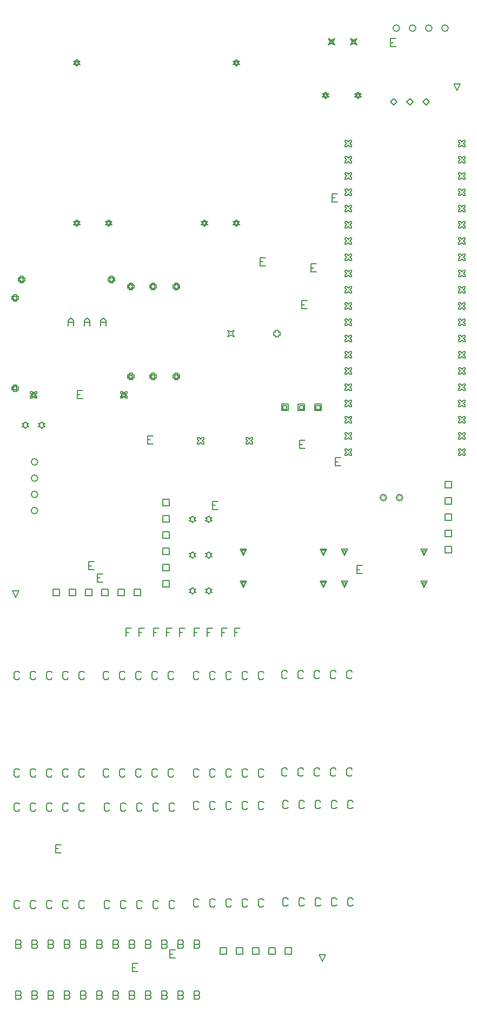
<source format=gbr>
%TF.GenerationSoftware,Altium Limited,Altium Designer,24.3.1 (35)*%
G04 Layer_Color=2752767*
%FSLAX25Y25*%
%MOIN*%
%TF.SameCoordinates,1C50E6C9-DA4A-4B26-87AC-B265A0C711DB*%
%TF.FilePolarity,Positive*%
%TF.FileFunction,Drawing*%
%TF.Part,Single*%
G01*
G75*
%TA.AperFunction,NonConductor*%
%ADD52C,0.00500*%
%ADD127C,0.00667*%
%ADD128C,0.00400*%
D52*
X123000Y17739D02*
Y12740D01*
X125499D01*
X126332Y13573D01*
Y14406D01*
X125499Y15239D01*
X123000D01*
X125499D01*
X126332Y16072D01*
Y16905D01*
X125499Y17739D01*
X123000D01*
X113000D02*
Y12740D01*
X115499D01*
X116332Y13573D01*
Y14406D01*
X115499Y15239D01*
X113000D01*
X115499D01*
X116332Y16072D01*
Y16905D01*
X115499Y17739D01*
X113000D01*
X103000D02*
Y12740D01*
X105499D01*
X106332Y13573D01*
Y14406D01*
X105499Y15239D01*
X103000D01*
X105499D01*
X106332Y16072D01*
Y16905D01*
X105499Y17739D01*
X103000D01*
X93000D02*
Y12740D01*
X95499D01*
X96332Y13573D01*
Y14406D01*
X95499Y15239D01*
X93000D01*
X95499D01*
X96332Y16072D01*
Y16905D01*
X95499Y17739D01*
X93000D01*
X83000D02*
Y12740D01*
X85499D01*
X86332Y13573D01*
Y14406D01*
X85499Y15239D01*
X83000D01*
X85499D01*
X86332Y16072D01*
Y16905D01*
X85499Y17739D01*
X83000D01*
X73000D02*
Y12740D01*
X75499D01*
X76332Y13573D01*
Y14406D01*
X75499Y15239D01*
X73000D01*
X75499D01*
X76332Y16072D01*
Y16905D01*
X75499Y17739D01*
X73000D01*
X63000D02*
Y12740D01*
X65499D01*
X66332Y13573D01*
Y14406D01*
X65499Y15239D01*
X63000D01*
X65499D01*
X66332Y16072D01*
Y16905D01*
X65499Y17739D01*
X63000D01*
X53000D02*
Y12740D01*
X55499D01*
X56332Y13573D01*
Y14406D01*
X55499Y15239D01*
X53000D01*
X55499D01*
X56332Y16072D01*
Y16905D01*
X55499Y17739D01*
X53000D01*
X43000D02*
Y12740D01*
X45499D01*
X46332Y13573D01*
Y14406D01*
X45499Y15239D01*
X43000D01*
X45499D01*
X46332Y16072D01*
Y16905D01*
X45499Y17739D01*
X43000D01*
X33000D02*
Y12740D01*
X35499D01*
X36332Y13573D01*
Y14406D01*
X35499Y15239D01*
X33000D01*
X35499D01*
X36332Y16072D01*
Y16905D01*
X35499Y17739D01*
X33000D01*
X23000D02*
Y12740D01*
X25499D01*
X26332Y13573D01*
Y14406D01*
X25499Y15239D01*
X23000D01*
X25499D01*
X26332Y16072D01*
Y16905D01*
X25499Y17739D01*
X23000D01*
X13000D02*
Y12740D01*
X15499D01*
X16332Y13573D01*
Y14406D01*
X15499Y15239D01*
X13000D01*
X15499D01*
X16332Y16072D01*
Y16905D01*
X15499Y17739D01*
X13000D01*
Y48998D02*
Y44000D01*
X15499D01*
X16332Y44833D01*
Y45666D01*
X15499Y46499D01*
X13000D01*
X15499D01*
X16332Y47332D01*
Y48165D01*
X15499Y48998D01*
X13000D01*
X23000D02*
Y44000D01*
X25499D01*
X26332Y44833D01*
Y45666D01*
X25499Y46499D01*
X23000D01*
X25499D01*
X26332Y47332D01*
Y48165D01*
X25499Y48998D01*
X23000D01*
X33000D02*
Y44000D01*
X35499D01*
X36332Y44833D01*
Y45666D01*
X35499Y46499D01*
X33000D01*
X35499D01*
X36332Y47332D01*
Y48165D01*
X35499Y48998D01*
X33000D01*
X43000D02*
Y44000D01*
X45499D01*
X46332Y44833D01*
Y45666D01*
X45499Y46499D01*
X43000D01*
X45499D01*
X46332Y47332D01*
Y48165D01*
X45499Y48998D01*
X43000D01*
X53000D02*
Y44000D01*
X55499D01*
X56332Y44833D01*
Y45666D01*
X55499Y46499D01*
X53000D01*
X55499D01*
X56332Y47332D01*
Y48165D01*
X55499Y48998D01*
X53000D01*
X63000D02*
Y44000D01*
X65499D01*
X66332Y44833D01*
Y45666D01*
X65499Y46499D01*
X63000D01*
X65499D01*
X66332Y47332D01*
Y48165D01*
X65499Y48998D01*
X63000D01*
X73000D02*
Y44000D01*
X75499D01*
X76332Y44833D01*
Y45666D01*
X75499Y46499D01*
X73000D01*
X75499D01*
X76332Y47332D01*
Y48165D01*
X75499Y48998D01*
X73000D01*
X83000D02*
Y44000D01*
X85499D01*
X86332Y44833D01*
Y45666D01*
X85499Y46499D01*
X83000D01*
X85499D01*
X86332Y47332D01*
Y48165D01*
X85499Y48998D01*
X83000D01*
X93000D02*
Y44000D01*
X95499D01*
X96332Y44833D01*
Y45666D01*
X95499Y46499D01*
X93000D01*
X95499D01*
X96332Y47332D01*
Y48165D01*
X95499Y48998D01*
X93000D01*
X103000D02*
Y44000D01*
X105499D01*
X106332Y44833D01*
Y45666D01*
X105499Y46499D01*
X103000D01*
X105499D01*
X106332Y47332D01*
Y48165D01*
X105499Y48998D01*
X103000D01*
X113000D02*
Y44000D01*
X115499D01*
X116332Y44833D01*
Y45666D01*
X115499Y46499D01*
X113000D01*
X115499D01*
X116332Y47332D01*
Y48165D01*
X115499Y48998D01*
X113000D01*
X123000D02*
Y44000D01*
X125499D01*
X126332Y44833D01*
Y45666D01*
X125499Y46499D01*
X123000D01*
X125499D01*
X126332Y47332D01*
Y48165D01*
X125499Y48998D01*
X123000D01*
X15332Y72665D02*
X14499Y73498D01*
X12833D01*
X12000Y72665D01*
Y69333D01*
X12833Y68500D01*
X14499D01*
X15332Y69333D01*
X25332Y72665D02*
X24499Y73498D01*
X22833D01*
X22000Y72665D01*
Y69333D01*
X22833Y68500D01*
X24499D01*
X25332Y69333D01*
X35332Y72665D02*
X34499Y73498D01*
X32833D01*
X32000Y72665D01*
Y69333D01*
X32833Y68500D01*
X34499D01*
X35332Y69333D01*
X45332Y72665D02*
X44499Y73498D01*
X42833D01*
X42000Y72665D01*
Y69333D01*
X42833Y68500D01*
X44499D01*
X45332Y69333D01*
X55332Y72665D02*
X54499Y73498D01*
X52833D01*
X52000Y72665D01*
Y69333D01*
X52833Y68500D01*
X54499D01*
X55332Y69333D01*
Y132665D02*
X54499Y133498D01*
X52833D01*
X52000Y132665D01*
Y129333D01*
X52833Y128500D01*
X54499D01*
X55332Y129333D01*
X45332Y132665D02*
X44499Y133498D01*
X42833D01*
X42000Y132665D01*
Y129333D01*
X42833Y128500D01*
X44499D01*
X45332Y129333D01*
X35332Y132665D02*
X34499Y133498D01*
X32833D01*
X32000Y132665D01*
Y129333D01*
X32833Y128500D01*
X34499D01*
X35332Y129333D01*
X25332Y132665D02*
X24499Y133498D01*
X22833D01*
X22000Y132665D01*
Y129333D01*
X22833Y128500D01*
X24499D01*
X25332Y129333D01*
X15332Y132665D02*
X14499Y133498D01*
X12833D01*
X12000Y132665D01*
Y129333D01*
X12833Y128500D01*
X14499D01*
X15332Y129333D01*
X70832Y72665D02*
X69999Y73498D01*
X68333D01*
X67500Y72665D01*
Y69333D01*
X68333Y68500D01*
X69999D01*
X70832Y69333D01*
X80832Y72665D02*
X79999Y73498D01*
X78333D01*
X77500Y72665D01*
Y69333D01*
X78333Y68500D01*
X79999D01*
X80832Y69333D01*
X90832Y72665D02*
X89999Y73498D01*
X88333D01*
X87500Y72665D01*
Y69333D01*
X88333Y68500D01*
X89999D01*
X90832Y69333D01*
X100832Y72665D02*
X99999Y73498D01*
X98333D01*
X97500Y72665D01*
Y69333D01*
X98333Y68500D01*
X99999D01*
X100832Y69333D01*
X110832Y72665D02*
X109999Y73498D01*
X108333D01*
X107500Y72665D01*
Y69333D01*
X108333Y68500D01*
X109999D01*
X110832Y69333D01*
Y132665D02*
X109999Y133498D01*
X108333D01*
X107500Y132665D01*
Y129333D01*
X108333Y128500D01*
X109999D01*
X110832Y129333D01*
X100832Y132665D02*
X99999Y133498D01*
X98333D01*
X97500Y132665D01*
Y129333D01*
X98333Y128500D01*
X99999D01*
X100832Y129333D01*
X90832Y132665D02*
X89999Y133498D01*
X88333D01*
X87500Y132665D01*
Y129333D01*
X88333Y128500D01*
X89999D01*
X90832Y129333D01*
X80832Y132665D02*
X79999Y133498D01*
X78333D01*
X77500Y132665D01*
Y129333D01*
X78333Y128500D01*
X79999D01*
X80832Y129333D01*
X70832Y132665D02*
X69999Y133498D01*
X68333D01*
X67500Y132665D01*
Y129333D01*
X68333Y128500D01*
X69999D01*
X70832Y129333D01*
X143332Y240998D02*
X140000D01*
Y238499D01*
X141666D01*
X140000D01*
Y236000D01*
X126332Y240998D02*
X123000D01*
Y238499D01*
X124666D01*
X123000D01*
Y236000D01*
X92332Y240998D02*
X89000D01*
Y238499D01*
X90666D01*
X89000D01*
Y236000D01*
X109332Y240998D02*
X106000D01*
Y238499D01*
X107666D01*
X106000D01*
Y236000D01*
X84332Y240998D02*
X81000D01*
Y238499D01*
X82666D01*
X81000D01*
Y236000D01*
X117332Y240998D02*
X114000D01*
Y238499D01*
X115666D01*
X114000D01*
Y236000D01*
X101332Y240998D02*
X98000D01*
Y238499D01*
X99666D01*
X98000D01*
Y236000D01*
X134332Y240998D02*
X131000D01*
Y238499D01*
X132666D01*
X131000D01*
Y236000D01*
X180832Y74165D02*
X179999Y74998D01*
X178333D01*
X177500Y74165D01*
Y70833D01*
X178333Y70000D01*
X179999D01*
X180832Y70833D01*
X190832Y74165D02*
X189999Y74998D01*
X188333D01*
X187500Y74165D01*
Y70833D01*
X188333Y70000D01*
X189999D01*
X190832Y70833D01*
X200832Y74165D02*
X199999Y74998D01*
X198333D01*
X197500Y74165D01*
Y70833D01*
X198333Y70000D01*
X199999D01*
X200832Y70833D01*
X210832Y74165D02*
X209999Y74998D01*
X208333D01*
X207500Y74165D01*
Y70833D01*
X208333Y70000D01*
X209999D01*
X210832Y70833D01*
X220832Y74165D02*
X219999Y74998D01*
X218333D01*
X217500Y74165D01*
Y70833D01*
X218333Y70000D01*
X219999D01*
X220832Y70833D01*
Y134165D02*
X219999Y134998D01*
X218333D01*
X217500Y134165D01*
Y130833D01*
X218333Y130000D01*
X219999D01*
X220832Y130833D01*
X210832Y134165D02*
X209999Y134998D01*
X208333D01*
X207500Y134165D01*
Y130833D01*
X208333Y130000D01*
X209999D01*
X210832Y130833D01*
X200832Y134165D02*
X199999Y134998D01*
X198333D01*
X197500Y134165D01*
Y130833D01*
X198333Y130000D01*
X199999D01*
X200832Y130833D01*
X190832Y134165D02*
X189999Y134998D01*
X188333D01*
X187500Y134165D01*
Y130833D01*
X188333Y130000D01*
X189999D01*
X190832Y130833D01*
X180832Y134165D02*
X179999Y134998D01*
X178333D01*
X177500Y134165D01*
Y130833D01*
X178333Y130000D01*
X179999D01*
X180832Y130833D01*
X151332Y240998D02*
X148000D01*
Y238499D01*
X149666D01*
X148000D01*
Y236000D01*
X179000Y40500D02*
Y44500D01*
X183000D01*
Y40500D01*
X179000D01*
X169000D02*
Y44500D01*
X173000D01*
Y40500D01*
X169000D01*
X159000D02*
Y44500D01*
X163000D01*
Y40500D01*
X159000D01*
X149000D02*
Y44500D01*
X153000D01*
Y40500D01*
X149000D01*
X139000D02*
Y44500D01*
X143000D01*
Y40500D01*
X139000D01*
X125832Y73665D02*
X124999Y74498D01*
X123333D01*
X122500Y73665D01*
Y70333D01*
X123333Y69500D01*
X124999D01*
X125832Y70333D01*
X135832Y73665D02*
X134999Y74498D01*
X133333D01*
X132500Y73665D01*
Y70333D01*
X133333Y69500D01*
X134999D01*
X135832Y70333D01*
X145832Y73665D02*
X144999Y74498D01*
X143333D01*
X142500Y73665D01*
Y70333D01*
X143333Y69500D01*
X144999D01*
X145832Y70333D01*
X155832Y73665D02*
X154999Y74498D01*
X153333D01*
X152500Y73665D01*
Y70333D01*
X153333Y69500D01*
X154999D01*
X155832Y70333D01*
X165832Y73665D02*
X164999Y74498D01*
X163333D01*
X162500Y73665D01*
Y70333D01*
X163333Y69500D01*
X164999D01*
X165832Y70333D01*
Y133665D02*
X164999Y134498D01*
X163333D01*
X162500Y133665D01*
Y130333D01*
X163333Y129500D01*
X164999D01*
X165832Y130333D01*
X155832Y133665D02*
X154999Y134498D01*
X153333D01*
X152500Y133665D01*
Y130333D01*
X153333Y129500D01*
X154999D01*
X155832Y130333D01*
X145832Y133665D02*
X144999Y134498D01*
X143333D01*
X142500Y133665D01*
Y130333D01*
X143333Y129500D01*
X144999D01*
X145832Y130333D01*
X135832Y133665D02*
X134999Y134498D01*
X133333D01*
X132500Y133665D01*
Y130333D01*
X133333Y129500D01*
X134999D01*
X135832Y130333D01*
X125832Y133665D02*
X124999Y134498D01*
X123333D01*
X122500Y133665D01*
Y130333D01*
X123333Y129500D01*
X124999D01*
X125832Y130333D01*
X202000Y36000D02*
X200000Y40000D01*
X204000D01*
X202000Y36000D01*
X180332Y154165D02*
X179499Y154998D01*
X177833D01*
X177000Y154165D01*
Y150833D01*
X177833Y150000D01*
X179499D01*
X180332Y150833D01*
X190332Y154165D02*
X189499Y154998D01*
X187833D01*
X187000Y154165D01*
Y150833D01*
X187833Y150000D01*
X189499D01*
X190332Y150833D01*
X200332Y154165D02*
X199499Y154998D01*
X197833D01*
X197000Y154165D01*
Y150833D01*
X197833Y150000D01*
X199499D01*
X200332Y150833D01*
X210332Y154165D02*
X209499Y154998D01*
X207833D01*
X207000Y154165D01*
Y150833D01*
X207833Y150000D01*
X209499D01*
X210332Y150833D01*
X220332Y154165D02*
X219499Y154998D01*
X217833D01*
X217000Y154165D01*
Y150833D01*
X217833Y150000D01*
X219499D01*
X220332Y150833D01*
Y214165D02*
X219499Y214998D01*
X217833D01*
X217000Y214165D01*
Y210833D01*
X217833Y210000D01*
X219499D01*
X220332Y210833D01*
X210332Y214165D02*
X209499Y214998D01*
X207833D01*
X207000Y214165D01*
Y210833D01*
X207833Y210000D01*
X209499D01*
X210332Y210833D01*
X200332Y214165D02*
X199499Y214998D01*
X197833D01*
X197000Y214165D01*
Y210833D01*
X197833Y210000D01*
X199499D01*
X200332Y210833D01*
X190332Y214165D02*
X189499Y214998D01*
X187833D01*
X187000Y214165D01*
Y210833D01*
X187833Y210000D01*
X189499D01*
X190332Y210833D01*
X180332Y214165D02*
X179499Y214998D01*
X177833D01*
X177000Y214165D01*
Y210833D01*
X177833Y210000D01*
X179499D01*
X180332Y210833D01*
X15332Y153665D02*
X14499Y154498D01*
X12833D01*
X12000Y153665D01*
Y150333D01*
X12833Y149500D01*
X14499D01*
X15332Y150333D01*
X25332Y153665D02*
X24499Y154498D01*
X22833D01*
X22000Y153665D01*
Y150333D01*
X22833Y149500D01*
X24499D01*
X25332Y150333D01*
X35332Y153665D02*
X34499Y154498D01*
X32833D01*
X32000Y153665D01*
Y150333D01*
X32833Y149500D01*
X34499D01*
X35332Y150333D01*
X45332Y153665D02*
X44499Y154498D01*
X42833D01*
X42000Y153665D01*
Y150333D01*
X42833Y149500D01*
X44499D01*
X45332Y150333D01*
X55332Y153665D02*
X54499Y154498D01*
X52833D01*
X52000Y153665D01*
Y150333D01*
X52833Y149500D01*
X54499D01*
X55332Y150333D01*
Y213665D02*
X54499Y214498D01*
X52833D01*
X52000Y213665D01*
Y210333D01*
X52833Y209500D01*
X54499D01*
X55332Y210333D01*
X45332Y213665D02*
X44499Y214498D01*
X42833D01*
X42000Y213665D01*
Y210333D01*
X42833Y209500D01*
X44499D01*
X45332Y210333D01*
X35332Y213665D02*
X34499Y214498D01*
X32833D01*
X32000Y213665D01*
Y210333D01*
X32833Y209500D01*
X34499D01*
X35332Y210333D01*
X25332Y213665D02*
X24499Y214498D01*
X22833D01*
X22000Y213665D01*
Y210333D01*
X22833Y209500D01*
X24499D01*
X25332Y210333D01*
X15332Y213665D02*
X14499Y214498D01*
X12833D01*
X12000Y213665D01*
Y210333D01*
X12833Y209500D01*
X14499D01*
X15332Y210333D01*
X125832Y153665D02*
X124999Y154498D01*
X123333D01*
X122500Y153665D01*
Y150333D01*
X123333Y149500D01*
X124999D01*
X125832Y150333D01*
X135832Y153665D02*
X134999Y154498D01*
X133333D01*
X132500Y153665D01*
Y150333D01*
X133333Y149500D01*
X134999D01*
X135832Y150333D01*
X145832Y153665D02*
X144999Y154498D01*
X143333D01*
X142500Y153665D01*
Y150333D01*
X143333Y149500D01*
X144999D01*
X145832Y150333D01*
X155832Y153665D02*
X154999Y154498D01*
X153333D01*
X152500Y153665D01*
Y150333D01*
X153333Y149500D01*
X154999D01*
X155832Y150333D01*
X165832Y153665D02*
X164999Y154498D01*
X163333D01*
X162500Y153665D01*
Y150333D01*
X163333Y149500D01*
X164999D01*
X165832Y150333D01*
Y213665D02*
X164999Y214498D01*
X163333D01*
X162500Y213665D01*
Y210333D01*
X163333Y209500D01*
X164999D01*
X165832Y210333D01*
X155832Y213665D02*
X154999Y214498D01*
X153333D01*
X152500Y213665D01*
Y210333D01*
X153333Y209500D01*
X154999D01*
X155832Y210333D01*
X145832Y213665D02*
X144999Y214498D01*
X143333D01*
X142500Y213665D01*
Y210333D01*
X143333Y209500D01*
X144999D01*
X145832Y210333D01*
X135832Y213665D02*
X134999Y214498D01*
X133333D01*
X132500Y213665D01*
Y210333D01*
X133333Y209500D01*
X134999D01*
X135832Y210333D01*
X125832Y213665D02*
X124999Y214498D01*
X123333D01*
X122500Y213665D01*
Y210333D01*
X123333Y209500D01*
X124999D01*
X125832Y210333D01*
X70332Y153665D02*
X69499Y154498D01*
X67833D01*
X67000Y153665D01*
Y150333D01*
X67833Y149500D01*
X69499D01*
X70332Y150333D01*
X80332Y153665D02*
X79499Y154498D01*
X77833D01*
X77000Y153665D01*
Y150333D01*
X77833Y149500D01*
X79499D01*
X80332Y150333D01*
X90332Y153665D02*
X89499Y154498D01*
X87833D01*
X87000Y153665D01*
Y150333D01*
X87833Y149500D01*
X89499D01*
X90332Y150333D01*
X100332Y153665D02*
X99499Y154498D01*
X97833D01*
X97000Y153665D01*
Y150333D01*
X97833Y149500D01*
X99499D01*
X100332Y150333D01*
X110332Y153665D02*
X109499Y154498D01*
X107833D01*
X107000Y153665D01*
Y150333D01*
X107833Y149500D01*
X109499D01*
X110332Y150333D01*
Y213665D02*
X109499Y214498D01*
X107833D01*
X107000Y213665D01*
Y210333D01*
X107833Y209500D01*
X109499D01*
X110332Y210333D01*
X100332Y213665D02*
X99499Y214498D01*
X97833D01*
X97000Y213665D01*
Y210333D01*
X97833Y209500D01*
X99499D01*
X100332Y210333D01*
X90332Y213665D02*
X89499Y214498D01*
X87833D01*
X87000Y213665D01*
Y210333D01*
X87833Y209500D01*
X89499D01*
X90332Y210333D01*
X80332Y213665D02*
X79499Y214498D01*
X77833D01*
X77000Y213665D01*
Y210333D01*
X77833Y209500D01*
X79499D01*
X80332Y210333D01*
X70332Y213665D02*
X69499Y214498D01*
X67833D01*
X67000Y213665D01*
Y210333D01*
X67833Y209500D01*
X69499D01*
X70332Y210333D01*
X13000Y260000D02*
X11000Y264000D01*
X15000D01*
X13000Y260000D01*
X285000Y572000D02*
X283000Y576000D01*
X287000D01*
X285000Y572000D01*
X277500Y327345D02*
Y331345D01*
X281500D01*
Y327345D01*
X277500D01*
Y317345D02*
Y321345D01*
X281500D01*
Y317345D01*
X277500D01*
Y307345D02*
Y311345D01*
X281500D01*
Y307345D01*
X277500D01*
Y297345D02*
Y301345D01*
X281500D01*
Y297345D01*
X277500D01*
Y287345D02*
Y291345D01*
X281500D01*
Y287345D01*
X277500D01*
X197236Y375000D02*
Y379000D01*
X201236D01*
Y375000D01*
X197236D01*
X198036Y375800D02*
Y378200D01*
X200436D01*
Y375800D01*
X198036D01*
X187000Y375000D02*
Y379000D01*
X191000D01*
Y375000D01*
X187000D01*
X187800Y375800D02*
Y378200D01*
X190200D01*
Y375800D01*
X187800D01*
X176764Y375000D02*
Y379000D01*
X180764D01*
Y375000D01*
X176764D01*
X177564Y375800D02*
Y378200D01*
X179964D01*
Y375800D01*
X177564D01*
X124961Y354500D02*
X125961D01*
X126961Y355500D01*
X127961Y354500D01*
X128961D01*
Y355500D01*
X127961Y356500D01*
X128961Y357500D01*
Y358500D01*
X127961D01*
X126961Y357500D01*
X125961Y358500D01*
X124961D01*
Y357500D01*
X125961Y356500D01*
X124961Y355500D01*
Y354500D01*
X154961D02*
X155961D01*
X156961Y355500D01*
X157961Y354500D01*
X158961D01*
Y355500D01*
X157961Y356500D01*
X158961Y357500D01*
Y358500D01*
X157961D01*
X156961Y357500D01*
X155961Y358500D01*
X154961D01*
Y357500D01*
X155961Y356500D01*
X154961Y355500D01*
Y354500D01*
X264000Y565000D02*
X266000Y567000D01*
X268000Y565000D01*
X266000Y563000D01*
X264000Y565000D01*
X254000D02*
X256000Y567000D01*
X258000Y565000D01*
X256000Y563000D01*
X254000Y565000D01*
X244000D02*
X246000Y567000D01*
X248000Y565000D01*
X246000Y563000D01*
X244000Y565000D01*
X103500Y266500D02*
Y270500D01*
X107500D01*
Y266500D01*
X103500D01*
Y276500D02*
Y280500D01*
X107500D01*
Y276500D01*
X103500D01*
Y286500D02*
Y290500D01*
X107500D01*
Y286500D01*
X103500D01*
Y296500D02*
Y300500D01*
X107500D01*
Y296500D01*
X103500D01*
Y306500D02*
Y310500D01*
X107500D01*
Y306500D01*
X103500D01*
Y316500D02*
Y320500D01*
X107500D01*
Y316500D01*
X103500D01*
X216000Y437500D02*
X217000D01*
X218000Y438500D01*
X219000Y437500D01*
X220000D01*
Y438500D01*
X219000Y439500D01*
X220000Y440500D01*
Y441500D01*
X219000D01*
X218000Y440500D01*
X217000Y441500D01*
X216000D01*
Y440500D01*
X217000Y439500D01*
X216000Y438500D01*
Y437500D01*
Y447500D02*
X217000D01*
X218000Y448500D01*
X219000Y447500D01*
X220000D01*
Y448500D01*
X219000Y449500D01*
X220000Y450500D01*
Y451500D01*
X219000D01*
X218000Y450500D01*
X217000Y451500D01*
X216000D01*
Y450500D01*
X217000Y449500D01*
X216000Y448500D01*
Y447500D01*
Y427500D02*
X217000D01*
X218000Y428500D01*
X219000Y427500D01*
X220000D01*
Y428500D01*
X219000Y429500D01*
X220000Y430500D01*
Y431500D01*
X219000D01*
X218000Y430500D01*
X217000Y431500D01*
X216000D01*
Y430500D01*
X217000Y429500D01*
X216000Y428500D01*
Y427500D01*
Y417500D02*
X217000D01*
X218000Y418500D01*
X219000Y417500D01*
X220000D01*
Y418500D01*
X219000Y419500D01*
X220000Y420500D01*
Y421500D01*
X219000D01*
X218000Y420500D01*
X217000Y421500D01*
X216000D01*
Y420500D01*
X217000Y419500D01*
X216000Y418500D01*
Y417500D01*
Y407500D02*
X217000D01*
X218000Y408500D01*
X219000Y407500D01*
X220000D01*
Y408500D01*
X219000Y409500D01*
X220000Y410500D01*
Y411500D01*
X219000D01*
X218000Y410500D01*
X217000Y411500D01*
X216000D01*
Y410500D01*
X217000Y409500D01*
X216000Y408500D01*
Y407500D01*
Y397500D02*
X217000D01*
X218000Y398500D01*
X219000Y397500D01*
X220000D01*
Y398500D01*
X219000Y399500D01*
X220000Y400500D01*
Y401500D01*
X219000D01*
X218000Y400500D01*
X217000Y401500D01*
X216000D01*
Y400500D01*
X217000Y399500D01*
X216000Y398500D01*
Y397500D01*
Y387500D02*
X217000D01*
X218000Y388500D01*
X219000Y387500D01*
X220000D01*
Y388500D01*
X219000Y389500D01*
X220000Y390500D01*
Y391500D01*
X219000D01*
X218000Y390500D01*
X217000Y391500D01*
X216000D01*
Y390500D01*
X217000Y389500D01*
X216000Y388500D01*
Y387500D01*
Y377500D02*
X217000D01*
X218000Y378500D01*
X219000Y377500D01*
X220000D01*
Y378500D01*
X219000Y379500D01*
X220000Y380500D01*
Y381500D01*
X219000D01*
X218000Y380500D01*
X217000Y381500D01*
X216000D01*
Y380500D01*
X217000Y379500D01*
X216000Y378500D01*
Y377500D01*
Y367500D02*
X217000D01*
X218000Y368500D01*
X219000Y367500D01*
X220000D01*
Y368500D01*
X219000Y369500D01*
X220000Y370500D01*
Y371500D01*
X219000D01*
X218000Y370500D01*
X217000Y371500D01*
X216000D01*
Y370500D01*
X217000Y369500D01*
X216000Y368500D01*
Y367500D01*
Y357500D02*
X217000D01*
X218000Y358500D01*
X219000Y357500D01*
X220000D01*
Y358500D01*
X219000Y359500D01*
X220000Y360500D01*
Y361500D01*
X219000D01*
X218000Y360500D01*
X217000Y361500D01*
X216000D01*
Y360500D01*
X217000Y359500D01*
X216000Y358500D01*
Y357500D01*
Y347500D02*
X217000D01*
X218000Y348500D01*
X219000Y347500D01*
X220000D01*
Y348500D01*
X219000Y349500D01*
X220000Y350500D01*
Y351500D01*
X219000D01*
X218000Y350500D01*
X217000Y351500D01*
X216000D01*
Y350500D01*
X217000Y349500D01*
X216000Y348500D01*
Y347500D01*
Y457500D02*
X217000D01*
X218000Y458500D01*
X219000Y457500D01*
X220000D01*
Y458500D01*
X219000Y459500D01*
X220000Y460500D01*
Y461500D01*
X219000D01*
X218000Y460500D01*
X217000Y461500D01*
X216000D01*
Y460500D01*
X217000Y459500D01*
X216000Y458500D01*
Y457500D01*
Y467500D02*
X217000D01*
X218000Y468500D01*
X219000Y467500D01*
X220000D01*
Y468500D01*
X219000Y469500D01*
X220000Y470500D01*
Y471500D01*
X219000D01*
X218000Y470500D01*
X217000Y471500D01*
X216000D01*
Y470500D01*
X217000Y469500D01*
X216000Y468500D01*
Y467500D01*
Y477500D02*
X217000D01*
X218000Y478500D01*
X219000Y477500D01*
X220000D01*
Y478500D01*
X219000Y479500D01*
X220000Y480500D01*
Y481500D01*
X219000D01*
X218000Y480500D01*
X217000Y481500D01*
X216000D01*
Y480500D01*
X217000Y479500D01*
X216000Y478500D01*
Y477500D01*
Y487500D02*
X217000D01*
X218000Y488500D01*
X219000Y487500D01*
X220000D01*
Y488500D01*
X219000Y489500D01*
X220000Y490500D01*
Y491500D01*
X219000D01*
X218000Y490500D01*
X217000Y491500D01*
X216000D01*
Y490500D01*
X217000Y489500D01*
X216000Y488500D01*
Y487500D01*
Y497500D02*
X217000D01*
X218000Y498500D01*
X219000Y497500D01*
X220000D01*
Y498500D01*
X219000Y499500D01*
X220000Y500500D01*
Y501500D01*
X219000D01*
X218000Y500500D01*
X217000Y501500D01*
X216000D01*
Y500500D01*
X217000Y499500D01*
X216000Y498500D01*
Y497500D01*
Y507500D02*
X217000D01*
X218000Y508500D01*
X219000Y507500D01*
X220000D01*
Y508500D01*
X219000Y509500D01*
X220000Y510500D01*
Y511500D01*
X219000D01*
X218000Y510500D01*
X217000Y511500D01*
X216000D01*
Y510500D01*
X217000Y509500D01*
X216000Y508500D01*
Y507500D01*
Y517500D02*
X217000D01*
X218000Y518500D01*
X219000Y517500D01*
X220000D01*
Y518500D01*
X219000Y519500D01*
X220000Y520500D01*
Y521500D01*
X219000D01*
X218000Y520500D01*
X217000Y521500D01*
X216000D01*
Y520500D01*
X217000Y519500D01*
X216000Y518500D01*
Y517500D01*
Y527500D02*
X217000D01*
X218000Y528500D01*
X219000Y527500D01*
X220000D01*
Y528500D01*
X219000Y529500D01*
X220000Y530500D01*
Y531500D01*
X219000D01*
X218000Y530500D01*
X217000Y531500D01*
X216000D01*
Y530500D01*
X217000Y529500D01*
X216000Y528500D01*
Y527500D01*
Y537500D02*
X217000D01*
X218000Y538500D01*
X219000Y537500D01*
X220000D01*
Y538500D01*
X219000Y539500D01*
X220000Y540500D01*
Y541500D01*
X219000D01*
X218000Y540500D01*
X217000Y541500D01*
X216000D01*
Y540500D01*
X217000Y539500D01*
X216000Y538500D01*
Y537500D01*
X286000Y437500D02*
X287000D01*
X288000Y438500D01*
X289000Y437500D01*
X290000D01*
Y438500D01*
X289000Y439500D01*
X290000Y440500D01*
Y441500D01*
X289000D01*
X288000Y440500D01*
X287000Y441500D01*
X286000D01*
Y440500D01*
X287000Y439500D01*
X286000Y438500D01*
Y437500D01*
Y447500D02*
X287000D01*
X288000Y448500D01*
X289000Y447500D01*
X290000D01*
Y448500D01*
X289000Y449500D01*
X290000Y450500D01*
Y451500D01*
X289000D01*
X288000Y450500D01*
X287000Y451500D01*
X286000D01*
Y450500D01*
X287000Y449500D01*
X286000Y448500D01*
Y447500D01*
Y427500D02*
X287000D01*
X288000Y428500D01*
X289000Y427500D01*
X290000D01*
Y428500D01*
X289000Y429500D01*
X290000Y430500D01*
Y431500D01*
X289000D01*
X288000Y430500D01*
X287000Y431500D01*
X286000D01*
Y430500D01*
X287000Y429500D01*
X286000Y428500D01*
Y427500D01*
Y417500D02*
X287000D01*
X288000Y418500D01*
X289000Y417500D01*
X290000D01*
Y418500D01*
X289000Y419500D01*
X290000Y420500D01*
Y421500D01*
X289000D01*
X288000Y420500D01*
X287000Y421500D01*
X286000D01*
Y420500D01*
X287000Y419500D01*
X286000Y418500D01*
Y417500D01*
Y407500D02*
X287000D01*
X288000Y408500D01*
X289000Y407500D01*
X290000D01*
Y408500D01*
X289000Y409500D01*
X290000Y410500D01*
Y411500D01*
X289000D01*
X288000Y410500D01*
X287000Y411500D01*
X286000D01*
Y410500D01*
X287000Y409500D01*
X286000Y408500D01*
Y407500D01*
Y397500D02*
X287000D01*
X288000Y398500D01*
X289000Y397500D01*
X290000D01*
Y398500D01*
X289000Y399500D01*
X290000Y400500D01*
Y401500D01*
X289000D01*
X288000Y400500D01*
X287000Y401500D01*
X286000D01*
Y400500D01*
X287000Y399500D01*
X286000Y398500D01*
Y397500D01*
Y387500D02*
X287000D01*
X288000Y388500D01*
X289000Y387500D01*
X290000D01*
Y388500D01*
X289000Y389500D01*
X290000Y390500D01*
Y391500D01*
X289000D01*
X288000Y390500D01*
X287000Y391500D01*
X286000D01*
Y390500D01*
X287000Y389500D01*
X286000Y388500D01*
Y387500D01*
Y377500D02*
X287000D01*
X288000Y378500D01*
X289000Y377500D01*
X290000D01*
Y378500D01*
X289000Y379500D01*
X290000Y380500D01*
Y381500D01*
X289000D01*
X288000Y380500D01*
X287000Y381500D01*
X286000D01*
Y380500D01*
X287000Y379500D01*
X286000Y378500D01*
Y377500D01*
Y367500D02*
X287000D01*
X288000Y368500D01*
X289000Y367500D01*
X290000D01*
Y368500D01*
X289000Y369500D01*
X290000Y370500D01*
Y371500D01*
X289000D01*
X288000Y370500D01*
X287000Y371500D01*
X286000D01*
Y370500D01*
X287000Y369500D01*
X286000Y368500D01*
Y367500D01*
Y357500D02*
X287000D01*
X288000Y358500D01*
X289000Y357500D01*
X290000D01*
Y358500D01*
X289000Y359500D01*
X290000Y360500D01*
Y361500D01*
X289000D01*
X288000Y360500D01*
X287000Y361500D01*
X286000D01*
Y360500D01*
X287000Y359500D01*
X286000Y358500D01*
Y357500D01*
Y347500D02*
X287000D01*
X288000Y348500D01*
X289000Y347500D01*
X290000D01*
Y348500D01*
X289000Y349500D01*
X290000Y350500D01*
Y351500D01*
X289000D01*
X288000Y350500D01*
X287000Y351500D01*
X286000D01*
Y350500D01*
X287000Y349500D01*
X286000Y348500D01*
Y347500D01*
Y457500D02*
X287000D01*
X288000Y458500D01*
X289000Y457500D01*
X290000D01*
Y458500D01*
X289000Y459500D01*
X290000Y460500D01*
Y461500D01*
X289000D01*
X288000Y460500D01*
X287000Y461500D01*
X286000D01*
Y460500D01*
X287000Y459500D01*
X286000Y458500D01*
Y457500D01*
Y467500D02*
X287000D01*
X288000Y468500D01*
X289000Y467500D01*
X290000D01*
Y468500D01*
X289000Y469500D01*
X290000Y470500D01*
Y471500D01*
X289000D01*
X288000Y470500D01*
X287000Y471500D01*
X286000D01*
Y470500D01*
X287000Y469500D01*
X286000Y468500D01*
Y467500D01*
Y477500D02*
X287000D01*
X288000Y478500D01*
X289000Y477500D01*
X290000D01*
Y478500D01*
X289000Y479500D01*
X290000Y480500D01*
Y481500D01*
X289000D01*
X288000Y480500D01*
X287000Y481500D01*
X286000D01*
Y480500D01*
X287000Y479500D01*
X286000Y478500D01*
Y477500D01*
Y487500D02*
X287000D01*
X288000Y488500D01*
X289000Y487500D01*
X290000D01*
Y488500D01*
X289000Y489500D01*
X290000Y490500D01*
Y491500D01*
X289000D01*
X288000Y490500D01*
X287000Y491500D01*
X286000D01*
Y490500D01*
X287000Y489500D01*
X286000Y488500D01*
Y487500D01*
Y497500D02*
X287000D01*
X288000Y498500D01*
X289000Y497500D01*
X290000D01*
Y498500D01*
X289000Y499500D01*
X290000Y500500D01*
Y501500D01*
X289000D01*
X288000Y500500D01*
X287000Y501500D01*
X286000D01*
Y500500D01*
X287000Y499500D01*
X286000Y498500D01*
Y497500D01*
Y507500D02*
X287000D01*
X288000Y508500D01*
X289000Y507500D01*
X290000D01*
Y508500D01*
X289000Y509500D01*
X290000Y510500D01*
Y511500D01*
X289000D01*
X288000Y510500D01*
X287000Y511500D01*
X286000D01*
Y510500D01*
X287000Y509500D01*
X286000Y508500D01*
Y507500D01*
Y517500D02*
X287000D01*
X288000Y518500D01*
X289000Y517500D01*
X290000D01*
Y518500D01*
X289000Y519500D01*
X290000Y520500D01*
Y521500D01*
X289000D01*
X288000Y520500D01*
X287000Y521500D01*
X286000D01*
Y520500D01*
X287000Y519500D01*
X286000Y518500D01*
Y517500D01*
Y527500D02*
X287000D01*
X288000Y528500D01*
X289000Y527500D01*
X290000D01*
Y528500D01*
X289000Y529500D01*
X290000Y530500D01*
Y531500D01*
X289000D01*
X288000Y530500D01*
X287000Y531500D01*
X286000D01*
Y530500D01*
X287000Y529500D01*
X286000Y528500D01*
Y527500D01*
Y537500D02*
X287000D01*
X288000Y538500D01*
X289000Y537500D01*
X290000D01*
Y538500D01*
X289000Y539500D01*
X290000Y540500D01*
Y541500D01*
X289000D01*
X288000Y540500D01*
X287000Y541500D01*
X286000D01*
Y540500D01*
X287000Y539500D01*
X286000Y538500D01*
Y537500D01*
X215500Y285726D02*
X213500Y289726D01*
X217500D01*
X215500Y285726D01*
Y286526D02*
X214300Y288926D01*
X216700D01*
X215500Y286526D01*
X264713Y285726D02*
X262713Y289726D01*
X266713D01*
X264713Y285726D01*
Y286526D02*
X263513Y288926D01*
X265913D01*
X264713Y286526D01*
X215500Y266041D02*
X213500Y270041D01*
X217500D01*
X215500Y266041D01*
Y266841D02*
X214300Y269241D01*
X216700D01*
X215500Y266841D01*
X264713Y266041D02*
X262713Y270041D01*
X266713D01*
X264713Y266041D01*
Y266841D02*
X263513Y269241D01*
X265913D01*
X264713Y266841D01*
X153394Y285840D02*
X151394Y289840D01*
X155394D01*
X153394Y285840D01*
Y286640D02*
X152194Y289040D01*
X154594D01*
X153394Y286640D01*
X202606Y285840D02*
X200606Y289840D01*
X204606D01*
X202606Y285840D01*
Y286640D02*
X201406Y289040D01*
X203806D01*
X202606Y286640D01*
X153394Y266155D02*
X151394Y270155D01*
X155394D01*
X153394Y266155D01*
Y266955D02*
X152194Y269355D01*
X154594D01*
X153394Y266955D01*
X202606Y266155D02*
X200606Y270155D01*
X204606D01*
X202606Y266155D01*
Y266955D02*
X201406Y269355D01*
X203806D01*
X202606Y266955D01*
X122000Y262266D02*
X123000Y263266D01*
X124000D01*
X123000Y264266D01*
X124000Y265266D01*
X123000D01*
X122000Y266266D01*
X121000Y265266D01*
X120000D01*
X121000Y264266D01*
X120000Y263266D01*
X121000D01*
X122000Y262266D01*
X132000D02*
X133000Y263266D01*
X134000D01*
X133000Y264266D01*
X134000Y265266D01*
X133000D01*
X132000Y266266D01*
X131000Y265266D01*
X130000D01*
X131000Y264266D01*
X130000Y263266D01*
X131000D01*
X132000Y262266D01*
X122000Y306000D02*
X123000Y307000D01*
X124000D01*
X123000Y308000D01*
X124000Y309000D01*
X123000D01*
X122000Y310000D01*
X121000Y309000D01*
X120000D01*
X121000Y308000D01*
X120000Y307000D01*
X121000D01*
X122000Y306000D01*
X132000D02*
X133000Y307000D01*
X134000D01*
X133000Y308000D01*
X134000Y309000D01*
X133000D01*
X132000Y310000D01*
X131000Y309000D01*
X130000D01*
X131000Y308000D01*
X130000Y307000D01*
X131000D01*
X132000Y306000D01*
X122000Y284133D02*
X123000Y285133D01*
X124000D01*
X123000Y286133D01*
X124000Y287133D01*
X123000D01*
X122000Y288133D01*
X121000Y287133D01*
X120000D01*
X121000Y286133D01*
X120000Y285133D01*
X121000D01*
X122000Y284133D01*
X132000D02*
X133000Y285133D01*
X134000D01*
X133000Y286133D01*
X134000Y287133D01*
X133000D01*
X132000Y288133D01*
X131000Y287133D01*
X130000D01*
X131000Y286133D01*
X130000Y285133D01*
X131000D01*
X132000Y284133D01*
X36000Y261000D02*
Y265000D01*
X40000D01*
Y261000D01*
X36000D01*
X46000D02*
Y265000D01*
X50000D01*
Y261000D01*
X46000D01*
X56000D02*
Y265000D01*
X60000D01*
Y261000D01*
X56000D01*
X66000D02*
Y265000D01*
X70000D01*
Y261000D01*
X66000D01*
X76000D02*
Y265000D01*
X80000D01*
Y261000D01*
X76000D01*
X86000D02*
Y265000D01*
X90000D01*
Y261000D01*
X86000D01*
X143442Y420500D02*
X144442Y422500D01*
X143442Y424500D01*
X145442Y423500D01*
X147442Y424500D01*
X146442Y422500D01*
X147442Y420500D01*
X145442Y421500D01*
X143442Y420500D01*
X172985Y421500D02*
Y420500D01*
X174985D01*
Y421500D01*
X175985D01*
Y423500D01*
X174985D01*
Y424500D01*
X172985D01*
Y423500D01*
X171985D01*
Y421500D01*
X172985D01*
X111000Y395000D02*
Y394000D01*
X113000D01*
Y395000D01*
X114000D01*
Y397000D01*
X113000D01*
Y398000D01*
X111000D01*
Y397000D01*
X110000D01*
Y395000D01*
X111000D01*
X111400Y395400D02*
Y394800D01*
X112600D01*
Y395400D01*
X113200D01*
Y396600D01*
X112600D01*
Y397200D01*
X111400D01*
Y396600D01*
X110800D01*
Y395400D01*
X111400D01*
X111000Y450512D02*
Y449512D01*
X113000D01*
Y450512D01*
X114000D01*
Y452512D01*
X113000D01*
Y453512D01*
X111000D01*
Y452512D01*
X110000D01*
Y450512D01*
X111000D01*
X111400Y450912D02*
Y450312D01*
X112600D01*
Y450912D01*
X113200D01*
Y452112D01*
X112600D01*
Y452712D01*
X111400D01*
Y452112D01*
X110800D01*
Y450912D01*
X111400D01*
X19000Y364000D02*
X20000Y365000D01*
X21000D01*
X20000Y366000D01*
X21000Y367000D01*
X20000D01*
X19000Y368000D01*
X18000Y367000D01*
X17000D01*
X18000Y366000D01*
X17000Y365000D01*
X18000D01*
X19000Y364000D01*
X29000D02*
X30000Y365000D01*
X31000D01*
X30000Y366000D01*
X31000Y367000D01*
X30000D01*
X29000Y368000D01*
X28000Y367000D01*
X27000D01*
X28000Y366000D01*
X27000Y365000D01*
X28000D01*
X29000Y364000D01*
X82810Y450500D02*
Y449500D01*
X84810D01*
Y450500D01*
X85810D01*
Y452500D01*
X84810D01*
Y453500D01*
X82810D01*
Y452500D01*
X81810D01*
Y450500D01*
X82810D01*
X83210Y450900D02*
Y450300D01*
X84410D01*
Y450900D01*
X85010D01*
Y452100D01*
X84410D01*
Y452700D01*
X83210D01*
Y452100D01*
X82610D01*
Y450900D01*
X83210D01*
X82810Y394988D02*
Y393988D01*
X84810D01*
Y394988D01*
X85810D01*
Y396988D01*
X84810D01*
Y397988D01*
X82810D01*
Y396988D01*
X81810D01*
Y394988D01*
X82810D01*
X83210Y395388D02*
Y394788D01*
X84410D01*
Y395388D01*
X85010D01*
Y396588D01*
X84410D01*
Y397188D01*
X83210D01*
Y396588D01*
X82610D01*
Y395388D01*
X83210D01*
X77512Y382700D02*
X78512D01*
X79512Y383700D01*
X80512Y382700D01*
X81512D01*
Y383700D01*
X80512Y384700D01*
X81512Y385700D01*
Y386700D01*
X80512D01*
X79512Y385700D01*
X78512Y386700D01*
X77512D01*
Y385700D01*
X78512Y384700D01*
X77512Y383700D01*
Y382700D01*
X78312Y383500D02*
X78912D01*
X79512Y384100D01*
X80112Y383500D01*
X80712D01*
Y384100D01*
X80112Y384700D01*
X80712Y385300D01*
Y385900D01*
X80112D01*
X79512Y385300D01*
X78912Y385900D01*
X78312D01*
Y385300D01*
X78912Y384700D01*
X78312Y384100D01*
Y383500D01*
X22000Y382700D02*
X23000D01*
X24000Y383700D01*
X25000Y382700D01*
X26000D01*
Y383700D01*
X25000Y384700D01*
X26000Y385700D01*
Y386700D01*
X25000D01*
X24000Y385700D01*
X23000Y386700D01*
X22000D01*
Y385700D01*
X23000Y384700D01*
X22000Y383700D01*
Y382700D01*
X22800Y383500D02*
X23400D01*
X24000Y384100D01*
X24600Y383500D01*
X25200D01*
Y384100D01*
X24600Y384700D01*
X25200Y385300D01*
Y385900D01*
X24600D01*
X24000Y385300D01*
X23400Y385900D01*
X22800D01*
Y385300D01*
X23400Y384700D01*
X22800Y384100D01*
Y383500D01*
X96500Y394988D02*
Y393988D01*
X98500D01*
Y394988D01*
X99500D01*
Y396988D01*
X98500D01*
Y397988D01*
X96500D01*
Y396988D01*
X95500D01*
Y394988D01*
X96500D01*
X96900Y395388D02*
Y394788D01*
X98100D01*
Y395388D01*
X98700D01*
Y396588D01*
X98100D01*
Y397188D01*
X96900D01*
Y396588D01*
X96300D01*
Y395388D01*
X96900D01*
X96500Y450500D02*
Y449500D01*
X98500D01*
Y450500D01*
X99500D01*
Y452500D01*
X98500D01*
Y453500D01*
X96500D01*
Y452500D01*
X95500D01*
Y450500D01*
X96500D01*
X96900Y450900D02*
Y450300D01*
X98100D01*
Y450900D01*
X98700D01*
Y452100D01*
X98100D01*
Y452700D01*
X96900D01*
Y452100D01*
X96300D01*
Y450900D01*
X96900D01*
X65191Y427000D02*
Y430332D01*
X66857Y431998D01*
X68523Y430332D01*
Y427000D01*
Y429499D01*
X65191D01*
X55152Y427000D02*
Y430332D01*
X56818Y431998D01*
X58484Y430332D01*
Y427000D01*
Y429499D01*
X55152D01*
X45112Y427000D02*
Y430332D01*
X46778Y431998D01*
X48445Y430332D01*
Y427000D01*
Y429499D01*
X45112D01*
X11500Y443431D02*
Y442431D01*
X13500D01*
Y443431D01*
X14500D01*
Y445431D01*
X13500D01*
Y446431D01*
X11500D01*
Y445431D01*
X10500D01*
Y443431D01*
X11500D01*
X11900Y443831D02*
Y443231D01*
X13100D01*
Y443831D01*
X13700D01*
Y445031D01*
X13100D01*
Y445631D01*
X11900D01*
Y445031D01*
X11300D01*
Y443831D01*
X11900D01*
X11500Y387919D02*
Y386919D01*
X13500D01*
Y387919D01*
X14500D01*
Y389919D01*
X13500D01*
Y390919D01*
X11500D01*
Y389919D01*
X10500D01*
Y387919D01*
X11500D01*
X11900Y388319D02*
Y387719D01*
X13100D01*
Y388319D01*
X13700D01*
Y389519D01*
X13100D01*
Y390119D01*
X11900D01*
Y389519D01*
X11300D01*
Y388319D01*
X11900D01*
X15500Y454716D02*
Y453716D01*
X17500D01*
Y454716D01*
X18500D01*
Y456716D01*
X17500D01*
Y457716D01*
X15500D01*
Y456716D01*
X14500D01*
Y454716D01*
X15500D01*
X15900Y455116D02*
Y454516D01*
X17100D01*
Y455116D01*
X17700D01*
Y456316D01*
X17100D01*
Y456916D01*
X15900D01*
Y456316D01*
X15300D01*
Y455116D01*
X15900D01*
X71012Y454716D02*
Y453716D01*
X73012D01*
Y454716D01*
X74012D01*
Y456716D01*
X73012D01*
Y457716D01*
X71012D01*
Y456716D01*
X70012D01*
Y454716D01*
X71012D01*
X71412Y455116D02*
Y454516D01*
X72612D01*
Y455116D01*
X73212D01*
Y456316D01*
X72612D01*
Y456916D01*
X71412D01*
Y456316D01*
X70812D01*
Y455116D01*
X71412D01*
X224000Y567000D02*
X225000Y568000D01*
X226000D01*
X225000Y569000D01*
X226000Y570000D01*
X225000D01*
X224000Y571000D01*
X223000Y570000D01*
X222000D01*
X223000Y569000D01*
X222000Y568000D01*
X223000D01*
X224000Y567000D01*
Y567800D02*
X224600Y568400D01*
X225200D01*
X224600Y569000D01*
X225200Y569600D01*
X224600D01*
X224000Y570200D01*
X223400Y569600D01*
X222800D01*
X223400Y569000D01*
X222800Y568400D01*
X223400D01*
X224000Y567800D01*
X204000Y567000D02*
X205000Y568000D01*
X206000D01*
X205000Y569000D01*
X206000Y570000D01*
X205000D01*
X204000Y571000D01*
X203000Y570000D01*
X202000D01*
X203000Y569000D01*
X202000Y568000D01*
X203000D01*
X204000Y567000D01*
Y567800D02*
X204600Y568400D01*
X205200D01*
X204600Y569000D01*
X205200Y569600D01*
X204600D01*
X204000Y570200D01*
X203400Y569600D01*
X202800D01*
X203400Y569000D01*
X202800Y568400D01*
X203400D01*
X204000Y567800D01*
X219280Y600000D02*
X220280Y602000D01*
X219280Y604000D01*
X221280Y603000D01*
X223280Y604000D01*
X222280Y602000D01*
X223280Y600000D01*
X221280Y601000D01*
X219280Y600000D01*
X220080Y600800D02*
X220680Y602000D01*
X220080Y603200D01*
X221280Y602600D01*
X222480Y603200D01*
X221880Y602000D01*
X222480Y600800D01*
X221280Y601400D01*
X220080Y600800D01*
X205500Y600000D02*
X206500Y602000D01*
X205500Y604000D01*
X207500Y603000D01*
X209500Y604000D01*
X208500Y602000D01*
X209500Y600000D01*
X207500Y601000D01*
X205500Y600000D01*
X206300Y600800D02*
X206900Y602000D01*
X206300Y603200D01*
X207500Y602600D01*
X208700Y603200D01*
X208100Y602000D01*
X208700Y600800D01*
X207500Y601400D01*
X206300Y600800D01*
X50500Y587000D02*
X51500Y588000D01*
X52500D01*
X51500Y589000D01*
X52500Y590000D01*
X51500D01*
X50500Y591000D01*
X49500Y590000D01*
X48500D01*
X49500Y589000D01*
X48500Y588000D01*
X49500D01*
X50500Y587000D01*
Y587800D02*
X51100Y588400D01*
X51700D01*
X51100Y589000D01*
X51700Y589600D01*
X51100D01*
X50500Y590200D01*
X49900Y589600D01*
X49300D01*
X49900Y589000D01*
X49300Y588400D01*
X49900D01*
X50500Y587800D01*
X148925Y587000D02*
X149925Y588000D01*
X150925D01*
X149925Y589000D01*
X150925Y590000D01*
X149925D01*
X148925Y591000D01*
X147925Y590000D01*
X146925D01*
X147925Y589000D01*
X146925Y588000D01*
X147925D01*
X148925Y587000D01*
Y587800D02*
X149525Y588400D01*
X150125D01*
X149525Y589000D01*
X150125Y589600D01*
X149525D01*
X148925Y590200D01*
X148325Y589600D01*
X147725D01*
X148325Y589000D01*
X147725Y588400D01*
X148325D01*
X148925Y587800D01*
Y488575D02*
X149925Y489575D01*
X150925D01*
X149925Y490575D01*
X150925Y491575D01*
X149925D01*
X148925Y492575D01*
X147925Y491575D01*
X146925D01*
X147925Y490575D01*
X146925Y489575D01*
X147925D01*
X148925Y488575D01*
Y489375D02*
X149525Y489975D01*
X150125D01*
X149525Y490575D01*
X150125Y491175D01*
X149525D01*
X148925Y491775D01*
X148325Y491175D01*
X147725D01*
X148325Y490575D01*
X147725Y489975D01*
X148325D01*
X148925Y489375D01*
X129240Y488575D02*
X130240Y489575D01*
X131240D01*
X130240Y490575D01*
X131240Y491575D01*
X130240D01*
X129240Y492575D01*
X128240Y491575D01*
X127240D01*
X128240Y490575D01*
X127240Y489575D01*
X128240D01*
X129240Y488575D01*
Y489375D02*
X129840Y489975D01*
X130440D01*
X129840Y490575D01*
X130440Y491175D01*
X129840D01*
X129240Y491775D01*
X128640Y491175D01*
X128040D01*
X128640Y490575D01*
X128040Y489975D01*
X128640D01*
X129240Y489375D01*
X70185Y488575D02*
X71185Y489575D01*
X72185D01*
X71185Y490575D01*
X72185Y491575D01*
X71185D01*
X70185Y492575D01*
X69185Y491575D01*
X68185D01*
X69185Y490575D01*
X68185Y489575D01*
X69185D01*
X70185Y488575D01*
Y489375D02*
X70785Y489975D01*
X71385D01*
X70785Y490575D01*
X71385Y491175D01*
X70785D01*
X70185Y491775D01*
X69585Y491175D01*
X68985D01*
X69585Y490575D01*
X68985Y489975D01*
X69585D01*
X70185Y489375D01*
X50500Y488575D02*
X51500Y489575D01*
X52500D01*
X51500Y490575D01*
X52500Y491575D01*
X51500D01*
X50500Y492575D01*
X49500Y491575D01*
X48500D01*
X49500Y490575D01*
X48500Y489575D01*
X49500D01*
X50500Y488575D01*
Y489375D02*
X51100Y489975D01*
X51700D01*
X51100Y490575D01*
X51700Y491175D01*
X51100D01*
X50500Y491775D01*
X49900Y491175D01*
X49300D01*
X49900Y490575D01*
X49300Y489975D01*
X49900D01*
X50500Y489375D01*
X247332Y603998D02*
X244000D01*
Y599000D01*
X247332D01*
X244000Y601499D02*
X245666D01*
X213332Y345998D02*
X210000D01*
Y341000D01*
X213332D01*
X210000Y343499D02*
X211666D01*
X111332Y42998D02*
X108000D01*
Y38000D01*
X111332D01*
X108000Y40499D02*
X109666D01*
X66646Y274498D02*
X63313D01*
Y269500D01*
X66646D01*
X63313Y271999D02*
X64979D01*
X40932Y107898D02*
X37600D01*
Y102900D01*
X40932D01*
X37600Y105399D02*
X39266D01*
X198182Y465348D02*
X194850D01*
Y460350D01*
X198182D01*
X194850Y462849D02*
X196516D01*
X137532Y319198D02*
X134200D01*
Y314200D01*
X137532D01*
X134200Y316699D02*
X135866D01*
X166832Y469198D02*
X163500D01*
Y464200D01*
X166832D01*
X163500Y466699D02*
X165166D01*
X61332Y281998D02*
X58000D01*
Y277000D01*
X61332D01*
X58000Y279499D02*
X59666D01*
X226432Y279798D02*
X223100D01*
Y274800D01*
X226432D01*
X223100Y277299D02*
X224766D01*
X211232Y508498D02*
X207900D01*
Y503500D01*
X211232D01*
X207900Y505999D02*
X209566D01*
X97732Y359498D02*
X94400D01*
Y354500D01*
X97732D01*
X94400Y356999D02*
X96066D01*
X88132Y34698D02*
X84800D01*
Y29700D01*
X88132D01*
X84800Y32199D02*
X86466D01*
X54408Y387398D02*
X51076D01*
Y382400D01*
X54408D01*
X51076Y384899D02*
X52742D01*
X192632Y442698D02*
X189300D01*
Y437700D01*
X192632D01*
X189300Y440199D02*
X190966D01*
X191132Y356698D02*
X187800D01*
Y351700D01*
X191132D01*
X187800Y354199D02*
X189466D01*
D127*
X251500Y321500D02*
G03*
X251500Y321500I-2000J0D01*
G01*
X241500D02*
G03*
X241500Y321500I-2000J0D01*
G01*
X279500Y610500D02*
G03*
X279500Y610500I-2000J0D01*
G01*
X269500D02*
G03*
X269500Y610500I-2000J0D01*
G01*
X259500D02*
G03*
X259500Y610500I-2000J0D01*
G01*
X249500D02*
G03*
X249500Y610500I-2000J0D01*
G01*
X26500Y343500D02*
G03*
X26500Y343500I-2000J0D01*
G01*
Y333500D02*
G03*
X26500Y333500I-2000J0D01*
G01*
Y323500D02*
G03*
X26500Y323500I-2000J0D01*
G01*
Y313500D02*
G03*
X26500Y313500I-2000J0D01*
G01*
D128*
X250700Y321500D02*
G03*
X250700Y321500I-1200J0D01*
G01*
X240700D02*
G03*
X240700Y321500I-1200J0D01*
G01*
%TF.MD5,1e61da182597cbad870fb5181f5247ef*%
M02*

</source>
